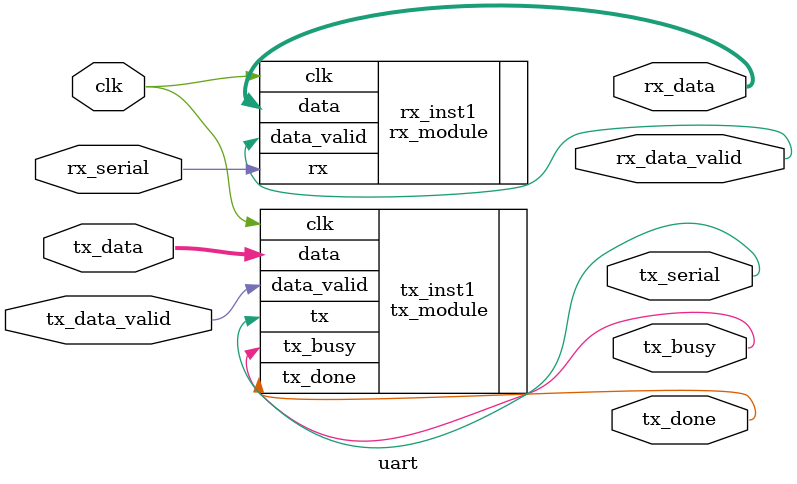
<source format=v>
module uart (
    input clk,

    input [7:0] tx_data,
    input tx_data_valid,
    output tx_serial,
    output tx_busy,
    output tx_done,

    input rx_serial,
    output [7:0] rx_data,
    output rx_data_valid
);

tx_module tx_inst1 (.clk(clk),
                    .data(tx_data),
                    .data_valid(tx_data_valid),
                    .tx(tx_serial),
                    .tx_busy(tx_busy),
                    .tx_done(tx_done)
                    );

rx_module rx_inst1 (.clk(clk), 
                    .rx(rx_serial), 
                    .data(rx_data), 
                    .data_valid(rx_data_valid)
);

endmodule 


</source>
